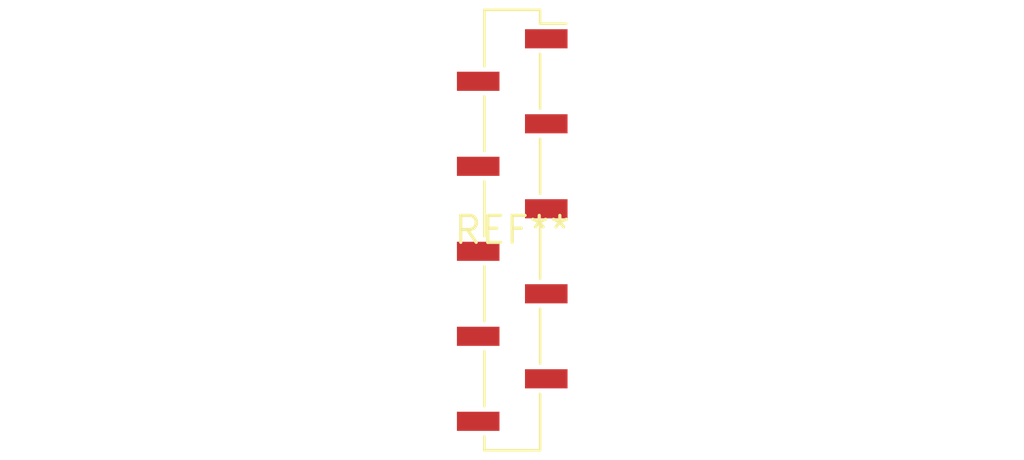
<source format=kicad_pcb>
(kicad_pcb (version 20240108) (generator pcbnew)
  (layers (0 "F.Cu" signal) (31 "B.Cu" signal) (34 "B.Paste" user) (35 "F.Paste" user) (36 "B.SilkS" user "B.Silkscreen") (37 "F.SilkS" user "F.Silkscreen") (38 "B.Mask" user) (39 "F.Mask" user) (44 "Edge.Cuts" user))
  (net 0 "")
  (footprint "PinSocket_1x10_P2.00mm_Vertical_SMD_Pin1Right" (layer "F.Cu") (at 0 0)
    (property "Reference" "REF**")
    (property "Value" "PinSocket_1x10_P2.00mm_Vertical_SMD_Pin1Right")
    (fp_line (start -1.31 -10.36) (end -1.31 -7.71) (layer "F.SilkS") (stroke (width 0.12)))
    (fp_line (start -1.31 -10.36) (end 1.31 -10.36) (layer "F.SilkS") (stroke (width 0.12)))
    (fp_line (start -1.31 -6.29) (end -1.31 -3.71) (layer "F.SilkS") (stroke (width 0.12)))
    (fp_line (start -1.31 -2.29) (end -1.31 0.29) (layer "F.SilkS") (stroke (width 0.12)))
    (fp_line (start -1.31 1.71) (end -1.31 4.29) (layer "F.SilkS") (stroke (width 0.12)))
    (fp_line (start -1.31 5.71) (end -1.31 8.29) (layer "F.SilkS") (stroke (width 0.12)))
    (fp_line (start -1.31 9.71) (end -1.31 10.36) (layer "F.SilkS") (stroke (width 0.12)))
    (fp_line (start -1.31 10.36) (end 1.31 10.36) (layer "F.SilkS") (stroke (width 0.12)))
    (fp_line (start 1.31 -10.36) (end 1.31 -9.71) (layer "F.SilkS") (stroke (width 0.12)))
    (fp_line (start 1.31 -9.71) (end 2.54 -9.71) (layer "F.SilkS") (stroke (width 0.12)))
    (fp_line (start 1.31 -8.29) (end 1.31 -5.71) (layer "F.SilkS") (stroke (width 0.12)))
    (fp_line (start 1.31 -4.29) (end 1.31 -1.71) (layer "F.SilkS") (stroke (width 0.12)))
    (fp_line (start 1.31 -0.29) (end 1.31 2.29) (layer "F.SilkS") (stroke (width 0.12)))
    (fp_line (start 1.31 3.71) (end 1.31 6.29) (layer "F.SilkS") (stroke (width 0.12)))
    (fp_line (start 1.31 7.71) (end 1.31 10.36) (layer "F.SilkS") (stroke (width 0.12)))
    (pad "1" smd rect (at 1.6 -9) (size 2 0.9) (layers "F.Cu" "F.Paste" "F.Mask"))
    (pad "2" smd rect (at -1.6 -7) (size 2 0.9) (layers "F.Cu" "F.Paste" "F.Mask"))
    (pad "3" smd rect (at 1.6 -5) (size 2 0.9) (layers "F.Cu" "F.Paste" "F.Mask"))
    (pad "4" smd rect (at -1.6 -3) (size 2 0.9) (layers "F.Cu" "F.Paste" "F.Mask"))
    (pad "5" smd rect (at 1.6 -1) (size 2 0.9) (layers "F.Cu" "F.Paste" "F.Mask"))
    (pad "6" smd rect (at -1.6 1) (size 2 0.9) (layers "F.Cu" "F.Paste" "F.Mask"))
    (pad "7" smd rect (at 1.6 3) (size 2 0.9) (layers "F.Cu" "F.Paste" "F.Mask"))
    (pad "8" smd rect (at -1.6 5) (size 2 0.9) (layers "F.Cu" "F.Paste" "F.Mask"))
    (pad "9" smd rect (at 1.6 7) (size 2 0.9) (layers "F.Cu" "F.Paste" "F.Mask"))
    (pad "10" smd rect (at -1.6 9) (size 2 0.9) (layers "F.Cu" "F.Paste" "F.Mask"))
  )
)
</source>
